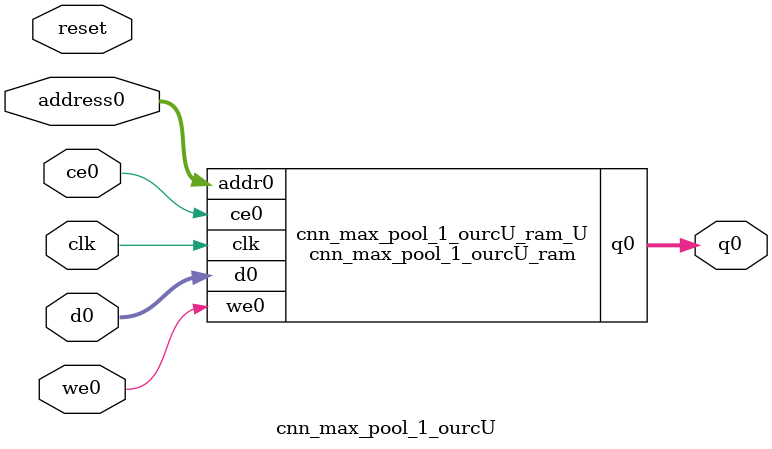
<source format=v>
`timescale 1 ns / 1 ps
module cnn_max_pool_1_ourcU_ram (addr0, ce0, d0, we0, q0,  clk);

parameter DWIDTH = 14;
parameter AWIDTH = 10;
parameter MEM_SIZE = 1014;

input[AWIDTH-1:0] addr0;
input ce0;
input[DWIDTH-1:0] d0;
input we0;
output reg[DWIDTH-1:0] q0;
input clk;

(* ram_style = "block" *)reg [DWIDTH-1:0] ram[0:MEM_SIZE-1];




always @(posedge clk)  
begin 
    if (ce0) 
    begin
        if (we0) 
        begin 
            ram[addr0] <= d0; 
        end 
        q0 <= ram[addr0];
    end
end


endmodule

`timescale 1 ns / 1 ps
module cnn_max_pool_1_ourcU(
    reset,
    clk,
    address0,
    ce0,
    we0,
    d0,
    q0);

parameter DataWidth = 32'd14;
parameter AddressRange = 32'd1014;
parameter AddressWidth = 32'd10;
input reset;
input clk;
input[AddressWidth - 1:0] address0;
input ce0;
input we0;
input[DataWidth - 1:0] d0;
output[DataWidth - 1:0] q0;



cnn_max_pool_1_ourcU_ram cnn_max_pool_1_ourcU_ram_U(
    .clk( clk ),
    .addr0( address0 ),
    .ce0( ce0 ),
    .we0( we0 ),
    .d0( d0 ),
    .q0( q0 ));

endmodule


</source>
